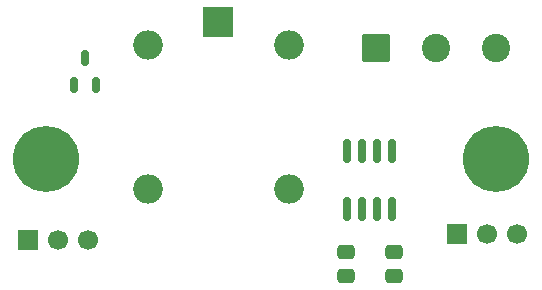
<source format=gbr>
%TF.GenerationSoftware,KiCad,Pcbnew,9.0.3*%
%TF.CreationDate,2025-10-25T21:32:03-05:00*%
%TF.ProjectId,AmmeterRelays,416d6d65-7465-4725-9265-6c6179732e6b,rev?*%
%TF.SameCoordinates,Original*%
%TF.FileFunction,Soldermask,Top*%
%TF.FilePolarity,Negative*%
%FSLAX46Y46*%
G04 Gerber Fmt 4.6, Leading zero omitted, Abs format (unit mm)*
G04 Created by KiCad (PCBNEW 9.0.3) date 2025-10-25 21:32:03*
%MOMM*%
%LPD*%
G01*
G04 APERTURE LIST*
G04 Aperture macros list*
%AMRoundRect*
0 Rectangle with rounded corners*
0 $1 Rounding radius*
0 $2 $3 $4 $5 $6 $7 $8 $9 X,Y pos of 4 corners*
0 Add a 4 corners polygon primitive as box body*
4,1,4,$2,$3,$4,$5,$6,$7,$8,$9,$2,$3,0*
0 Add four circle primitives for the rounded corners*
1,1,$1+$1,$2,$3*
1,1,$1+$1,$4,$5*
1,1,$1+$1,$6,$7*
1,1,$1+$1,$8,$9*
0 Add four rect primitives between the rounded corners*
20,1,$1+$1,$2,$3,$4,$5,0*
20,1,$1+$1,$4,$5,$6,$7,0*
20,1,$1+$1,$6,$7,$8,$9,0*
20,1,$1+$1,$8,$9,$2,$3,0*%
G04 Aperture macros list end*
%ADD10RoundRect,0.250000X-0.475000X0.337500X-0.475000X-0.337500X0.475000X-0.337500X0.475000X0.337500X0*%
%ADD11C,3.600000*%
%ADD12C,5.600000*%
%ADD13C,1.700000*%
%ADD14R,1.700000X1.700000*%
%ADD15R,2.500000X2.500000*%
%ADD16O,2.500000X2.500000*%
%ADD17RoundRect,0.250001X-0.949999X-0.949999X0.949999X-0.949999X0.949999X0.949999X-0.949999X0.949999X0*%
%ADD18C,2.400000*%
%ADD19RoundRect,0.150000X-0.150000X0.825000X-0.150000X-0.825000X0.150000X-0.825000X0.150000X0.825000X0*%
%ADD20RoundRect,0.150000X0.150000X-0.512500X0.150000X0.512500X-0.150000X0.512500X-0.150000X-0.512500X0*%
%ADD21RoundRect,0.250000X0.475000X-0.337500X0.475000X0.337500X-0.475000X0.337500X-0.475000X-0.337500X0*%
G04 APERTURE END LIST*
D10*
%TO.C,C2*%
X49022000Y-55139500D03*
X49022000Y-53064500D03*
%TD*%
D11*
%TO.C,H2*%
X57658000Y-45212000D03*
D12*
X57658000Y-45212000D03*
%TD*%
D11*
%TO.C,H1*%
X19558000Y-45212000D03*
D12*
X19558000Y-45212000D03*
%TD*%
D13*
%TO.C,J3*%
X59436000Y-51562000D03*
X56896000Y-51562000D03*
D14*
X54356000Y-51562000D03*
%TD*%
D13*
%TO.C,J2*%
X23114000Y-52070000D03*
X20574000Y-52070000D03*
D14*
X18034000Y-52070000D03*
%TD*%
D15*
%TO.C,K1*%
X34154000Y-33597000D03*
D16*
X28154000Y-35597000D03*
X28154000Y-47797000D03*
X40154000Y-47797000D03*
X40154000Y-35597000D03*
%TD*%
D17*
%TO.C,J1*%
X47498000Y-35814000D03*
D18*
X52578000Y-35814000D03*
X57658000Y-35814000D03*
%TD*%
D19*
%TO.C,U1*%
X48895000Y-44515000D03*
X47625000Y-44515000D03*
X46355000Y-44515000D03*
X45085000Y-44515000D03*
X45085000Y-49465000D03*
X46355000Y-49465000D03*
X47625000Y-49465000D03*
X48895000Y-49465000D03*
%TD*%
D20*
%TO.C,Q1*%
X21910000Y-38983500D03*
X23810000Y-38983500D03*
X22860000Y-36708500D03*
%TD*%
D21*
%TO.C,C1*%
X44958000Y-55139500D03*
X44958000Y-53064500D03*
%TD*%
M02*

</source>
